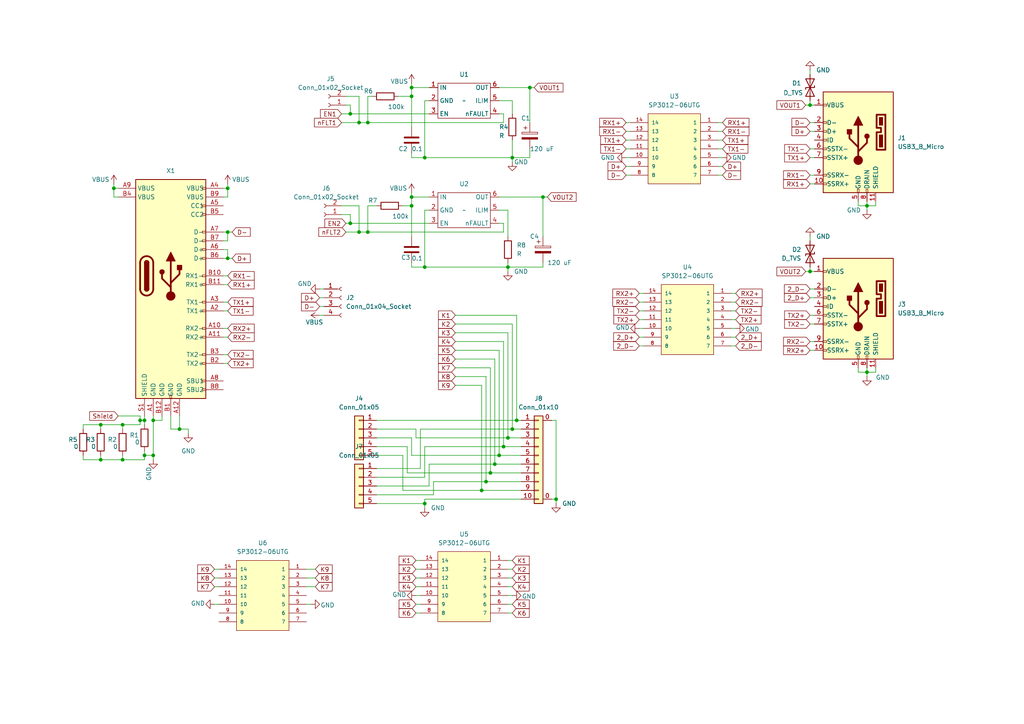
<source format=kicad_sch>
(kicad_sch (version 20231120) (generator "eeschema") (generator_version "8.0")
  (paper "A4")
  (lib_symbols
    (symbol "Connector:Conn_01x02_Socket" (pin_names (offset 1.016) hide)
      (property "Reference" "J" (at 0 2.54 0))
      (property "Value" "Conn_01x02_Socket" (at 0 -5.08 0))
      (symbol "Conn_01x02_Socket_1_1"
        (pin passive line (at -5.08 0 0) (length 3.81) (name "Pin_1") (number "1"))
        (pin passive line (at -5.08 -2.54 0) (length 3.81) (name "Pin_2") (number "2"))
      )
    )
    (symbol "Connector:Conn_01x04_Socket" (pin_names (offset 1.016) hide)
      (property "Reference" "J" (at 0 5.08 0))
      (property "Value" "Conn_01x04_Socket" (at 0 -7.62 0))
      (symbol "Conn_01x04_Socket_1_1"
        (pin passive line (at -5.08 2.54 0) (length 3.81) (name "Pin_1") (number "1"))
        (pin passive line (at -5.08 0 0) (length 3.81) (name "Pin_2") (number "2"))
        (pin passive line (at -5.08 -2.54 0) (length 3.81) (name "Pin_3") (number "3"))
        (pin passive line (at -5.08 -5.08 0) (length 3.81) (name "Pin_4") (number "4"))
      )
    )
    (symbol "Connector:USB3_B_Micro" (pin_names (offset 1.016))
      (property "Reference" "J" (at -10.16 15.24 0))
      (property "Value" "USB3_B_Micro" (at 10.16 15.24 0))
      (symbol "USB3_B_Micro_1_1"
        (pin power_out line (at 12.7 10.16 180) (length 2.54) (name "VBUS") (number "1"))
        (pin input line (at 12.7 -12.7 180) (length 2.54) (name "SSRX+") (number "10"))
        (pin passive line (at -5.08 -17.78 90) (length 2.54) (name "SHIELD") (number "11"))
        (pin bidirectional line (at 12.7 5.08 180) (length 2.54) (name "D-") (number "2"))
        (pin bidirectional line (at 12.7 2.54 180) (length 2.54) (name "D+") (number "3"))
        (pin passive line (at 12.7 0 180) (length 2.54) (name "ID") (number "4"))
        (pin power_out line (at 0 -17.78 90) (length 2.54) (name "GND") (number "5"))
        (pin output line (at 12.7 -2.54 180) (length 2.54) (name "SSTX-") (number "6"))
        (pin output line (at 12.7 -5.08 180) (length 2.54) (name "SSTX+") (number "7"))
        (pin passive line (at -2.54 -17.78 90) (length 2.54) (name "DRAIN") (number "8"))
        (pin input line (at 12.7 -10.16 180) (length 2.54) (name "SSRX-") (number "9"))
      )
    )
    (symbol "Connector_Generic:Conn_01x05" (pin_names (offset 1.016) hide)
      (property "Reference" "J" (at 0 7.62 0))
      (property "Value" "Conn_01x05" (at 0 -7.62 0))
      (symbol "Conn_01x05_1_1"
        (pin passive line (at -5.08 5.08 0) (length 3.81) (name "Pin_1") (number "1"))
        (pin passive line (at -5.08 2.54 0) (length 3.81) (name "Pin_2") (number "2"))
        (pin passive line (at -5.08 0 0) (length 3.81) (name "Pin_3") (number "3"))
        (pin passive line (at -5.08 -2.54 0) (length 3.81) (name "Pin_4") (number "4"))
        (pin passive line (at -5.08 -5.08 0) (length 3.81) (name "Pin_5") (number "5"))
      )
    )
    (symbol "Device:C" (pin_numbers hide) (pin_names (offset 0.254))
      (property "Reference" "C" (at 0.635 2.54 0))
      (property "Value" "C" (at 0.635 -2.54 0))
      (symbol "C_1_1"
        (pin passive line (at 0 3.81 270) (length 2.794) (name "~") (number "1"))
        (pin passive line (at 0 -3.81 90) (length 2.794) (name "~") (number "2"))
      )
    )
    (symbol "Device:C_Polarized" (pin_numbers hide) (pin_names (offset 0.254))
      (property "Reference" "C" (at 0.635 2.54 0))
      (property "Value" "C_Polarized" (at 0.635 -2.54 0))
      (symbol "C_Polarized_1_1"
        (pin passive line (at 0 3.81 270) (length 2.794) (name "~") (number "1"))
        (pin passive line (at 0 -3.81 90) (length 2.794) (name "~") (number "2"))
      )
    )
    (symbol "Device:D_TVS" (pin_numbers hide) (pin_names (offset 1.016) hide)
      (property "Reference" "D" (at 0 2.54 0))
      (property "Value" "D_TVS" (at 0 -2.54 0))
      (symbol "D_TVS_1_1"
        (pin passive line (at -3.81 0 0) (length 2.54) (name "A1") (number "1"))
        (pin passive line (at 3.81 0 180) (length 2.54) (name "A2") (number "2"))
      )
    )
    (symbol "Device:R" (pin_numbers hide) (pin_names (offset 0))
      (property "Reference" "R" (at 2.032 0 90))
      (property "Value" "R" (at 0 0 90))
      (symbol "R_1_1"
        (pin passive line (at 0 3.81 270) (length 1.27) (name "~") (number "1"))
        (pin passive line (at 0 -3.81 90) (length 1.27) (name "~") (number "2"))
      )
    )
    (symbol "Shield1:USB_C_24pins"
      (property "Reference" "X1" (at 0 38.1 0))
      (property "Value" "USB_C_24pins" (at 0 35.56 0))
      (symbol "USB_C_24pins_1_1"
        (pin passive line (at -5.08 -35.56 90) (length 5.08) (name "GND") (number "A1"))
        (pin bidirectional line (at 15.24 -10.16 180) (length 5.08) (name "RX2-") (number "A10"))
        (pin bidirectional line (at 15.24 -12.7 180) (length 5.08) (name "RX2+") (number "A11"))
        (pin passive line (at 2.54 -35.56 90) (length 5.08) (name "GND") (number "A12"))
        (pin bidirectional line (at 15.24 -5.08 180) (length 5.08) (name "TX1+") (number "A2"))
        (pin bidirectional line (at 15.24 -2.54 180) (length 5.08) (name "TX1-") (number "A3"))
        (pin passive line (at 15.24 30.48 180) (length 5.08) (name "VBUS") (number "A4"))
        (pin bidirectional line (at 15.24 25.4 180) (length 5.08) (name "CC1") (number "A5"))
        (pin bidirectional line (at 15.24 12.7 180) (length 5.08) (name "D+") (number "A6"))
        (pin bidirectional line (at 15.24 17.78 180) (length 5.08) (name "D-") (number "A7"))
        (pin bidirectional line (at 15.24 -25.4 180) (length 5.08) (name "SBU1") (number "A8"))
        (pin passive line (at -15.24 30.48 0) (length 5.08) (name "VBUS") (number "A9"))
        (pin passive line (at 0 -35.56 90) (length 5.08) (name "GND") (number "B1"))
        (pin bidirectional line (at 15.24 5.08 180) (length 5.08) (name "RX1-") (number "B10"))
        (pin bidirectional line (at 15.24 2.54 180) (length 5.08) (name "RX1+") (number "B11"))
        (pin passive line (at -2.54 -35.56 90) (length 5.08) (name "GND") (number "B12"))
        (pin bidirectional line (at 15.24 -20.32 180) (length 5.08) (name "TX2+") (number "B2"))
        (pin bidirectional line (at 15.24 -17.78 180) (length 5.08) (name "TX2-") (number "B3"))
        (pin passive line (at -15.24 27.94 0) (length 5.08) (name "VBUS") (number "B4"))
        (pin bidirectional line (at 15.24 22.86 180) (length 5.08) (name "CC2") (number "B5"))
        (pin bidirectional line (at 15.24 10.16 180) (length 5.08) (name "D+") (number "B6"))
        (pin bidirectional line (at 15.24 15.24 180) (length 5.08) (name "D-") (number "B7"))
        (pin bidirectional line (at 15.24 -27.94 180) (length 5.08) (name "SBU2") (number "B8"))
        (pin passive line (at 15.24 27.94 180) (length 5.08) (name "VBUS") (number "B9"))
        (pin passive line (at -7.62 -35.56 90) (length 5.08) (name "SHIELD") (number "S1"))
        (pin passive line (at -7.62 -35.56 90) (length 5.08) hide (name "SHIELD") (number "S2"))
        (pin passive line (at -7.62 -35.56 90) (length 5.08) hide (name "SHIELD") (number "S3"))
        (pin passive line (at -7.62 -35.56 90) (length 5.08) hide (name "SHIELD") (number "S4"))
      )
    )
    (symbol "Vedrofara:Conn_01x10" (pin_names (offset 1.016) hide)
      (property "Reference" "J" (at 0 12.7 0))
      (property "Value" "Conn_01x10" (at 0 -15.24 0))
      (symbol "Conn_01x10_1_1"
        (pin input line (at 3.81 -12.7 180) (length 2.54) (name "") (number "0"))
        (pin input line (at 3.81 10.16 180) (length 2.54) (name "") (number "0"))
        (pin passive line (at -5.08 10.16 0) (length 3.81) (name "Pin_1") (number "1"))
        (pin passive line (at -5.08 -12.7 0) (length 3.81) (name "Pin_10") (number "10"))
        (pin passive line (at -5.08 7.62 0) (length 3.81) (name "Pin_2") (number "2"))
        (pin passive line (at -5.08 5.08 0) (length 3.81) (name "Pin_3") (number "3"))
        (pin passive line (at -5.08 2.54 0) (length 3.81) (name "Pin_4") (number "4"))
        (pin passive line (at -5.08 0 0) (length 3.81) (name "Pin_5") (number "5"))
        (pin passive line (at -5.08 -2.54 0) (length 3.81) (name "Pin_6") (number "6"))
        (pin passive line (at -5.08 -5.08 0) (length 3.81) (name "Pin_7") (number "7"))
        (pin passive line (at -5.08 -7.62 0) (length 3.81) (name "Pin_8") (number "8"))
        (pin passive line (at -5.08 -10.16 0) (length 3.81) (name "Pin_9") (number "9"))
      )
    )
    (symbol "myLib8:SP3012-06UTG" (pin_names (offset 1.016))
      (property "Reference" "U" (at -7.62 10.668 0))
      (property "Value" "SP3012-06UTG" (at -7.62 -12.7 0))
      (symbol "SP3012-06UTG_0_0"
        (pin passive line (at -12.7 7.62 0) (length 5.08) (name "1") (number "1"))
        (pin passive line (at 12.7 -2.54 180) (length 5.08) (name "10") (number "10"))
        (pin passive line (at 12.7 0 180) (length 5.08) (name "11") (number "11"))
        (pin passive line (at 12.7 2.54 180) (length 5.08) (name "12") (number "12"))
        (pin passive line (at 12.7 5.08 180) (length 5.08) (name "13") (number "13"))
        (pin passive line (at 12.7 7.62 180) (length 5.08) (name "14") (number "14"))
        (pin passive line (at -12.7 5.08 0) (length 5.08) (name "2") (number "2"))
        (pin passive line (at -12.7 2.54 0) (length 5.08) (name "3") (number "3"))
        (pin passive line (at -12.7 0 0) (length 5.08) (name "4") (number "4"))
        (pin passive line (at -12.7 -2.54 0) (length 5.08) (name "5") (number "5"))
        (pin passive line (at -12.7 -5.08 0) (length 5.08) (name "6") (number "6"))
        (pin passive line (at -12.7 -7.62 0) (length 5.08) (name "7") (number "7"))
        (pin passive line (at 12.7 -7.62 180) (length 5.08) (name "8") (number "8"))
        (pin passive line (at 12.7 -5.08 180) (length 5.08) (name "9") (number "9"))
      )
    )
    (symbol "power:GND" (power) (pin_names (offset 0))
      (property "Value" "GND" (at 0 -3.81 0))
      (symbol "GND_1_1"
        (pin power_in line (at 0 0 270) (length 0) hide (name "GND") (number "1"))
      )
    )
    (symbol "power:VBUS" (power) (pin_names (offset 0))
      (property "Value" "VBUS" (at 0 3.81 0))
      (symbol "VBUS_1_1"
        (pin power_in line (at 0 0 90) (length 0) hide (name "VBUS") (number "1"))
      )
    )
    (symbol "swich emergent:tps2553"
      (property "Reference" "U" (at 0 7.62 0))
      (symbol "tps2553_1_1"
        (pin power_in line (at -10.16 3.81 0) (length 2.54) (name "IN") (number "1"))
        (pin power_in line (at -10.16 0 0) (length 2.54) (name "GND") (number "2"))
        (pin input line (at -10.16 -3.81 0) (length 2.54) (name "EN") (number "3"))
        (pin open_collector line (at 10.16 -3.81 180) (length 2.54) (name "nFAULT") (number "4"))
        (pin output line (at 10.16 0 180) (length 2.54) (name "ILIM") (number "5"))
        (pin power_out line (at 10.16 3.81 180) (length 2.54) (name "OUT") (number "6"))
      )
    )
  )
  (junction (at 35.56 133.35))
  (junction (at 234.95 30.48))
  (junction (at 106.68 35.56))
  (junction (at 161.29 144.78))
  (junction (at 40.64 121.92))
  (junction (at 66.04 54.61))
  (junction (at 123.19 146.05))
  (junction (at 149.86 121.92))
  (junction (at 44.45 121.92))
  (junction (at 44.45 132.08))
  (junction (at 101.6 64.77))
  (junction (at 101.6 33.02))
  (junction (at 147.32 77.47))
  (junction (at 148.59 124.46))
  (junction (at 251.46 59.69))
  (junction (at 29.21 133.35))
  (junction (at 106.68 67.31))
  (junction (at 119.38 25.4))
  (junction (at 148.59 45.72))
  (junction (at 33.02 54.61))
  (junction (at 143.51 134.62))
  (junction (at 234.95 78.74))
  (junction (at 140.97 139.7))
  (junction (at 104.14 67.31))
  (junction (at 104.14 35.56))
  (junction (at 35.56 123.19))
  (junction (at 139.7 142.24))
  (junction (at 41.91 132.08))
  (junction (at 119.38 57.15))
  (junction (at 119.38 27.94))
  (junction (at 123.19 45.72))
  (junction (at 147.32 127))
  (junction (at 123.19 77.47))
  (junction (at 29.21 123.19))
  (junction (at 157.48 57.15))
  (junction (at 144.78 132.08))
  (junction (at 153.67 25.4))
  (junction (at 142.24 137.16))
  (junction (at 52.07 124.46))
  (junction (at 146.05 129.54))
  (junction (at 66.04 74.93))
  (junction (at 119.38 59.69))
  (junction (at 66.04 67.31))
  (junction (at 41.91 121.92))
  (junction (at 251.46 107.95))
  (wire (pts (xy 236.22 30.48) (xy 234.95 30.48)))
  (wire (pts (xy 119.38 132.08) (xy 119.38 127)))
  (wire (pts (xy 109.22 59.69) (xy 106.68 59.69)))
  (wire (pts (xy 139.7 142.24) (xy 116.84 142.24)))
  (wire (pts (xy 182.88 43.18) (xy 181.61 43.18)))
  (wire (pts (xy 236.22 38.1) (xy 234.95 38.1)))
  (wire (pts (xy 140.97 139.7) (xy 151.13 139.7)))
  (wire (pts (xy 125.73 139.7) (xy 140.97 139.7)))
  (wire (pts (xy 119.38 57.15) (xy 119.38 59.69)))
  (wire (pts (xy 139.7 111.76) (xy 139.7 142.24)))
  (wire (pts (xy 149.86 121.92) (xy 151.13 121.92)))
  (wire (pts (xy 46.99 120.65) (xy 46.99 121.92)))
  (wire (pts (xy 120.65 175.26) (xy 121.92 175.26)))
  (wire (pts (xy 151.13 132.08) (xy 144.78 132.08)))
  (wire (pts (xy 35.56 123.19) (xy 29.21 123.19)))
  (wire (pts (xy 121.92 135.89) (xy 121.92 124.46)))
  (wire (pts (xy 251.46 58.42) (xy 251.46 59.69)))
  (wire (pts (xy 146.05 67.31) (xy 146.05 64.77)))
  (wire (pts (xy 120.65 127) (xy 120.65 124.46)))
  (wire (pts (xy 132.08 93.98) (xy 148.59 93.98)))
  (wire (pts (xy 119.38 57.15) (xy 124.46 57.15)))
  (wire (pts (xy 132.08 106.68) (xy 142.24 106.68)))
  (wire (pts (xy 119.38 127) (xy 109.22 127)))
  (wire (pts (xy 67.31 74.93) (xy 66.04 74.93)))
  (wire (pts (xy 148.59 170.18) (xy 147.32 170.18)))
  (wire (pts (xy 66.04 80.01) (xy 64.77 80.01)))
  (wire (pts (xy 234.95 53.34) (xy 236.22 53.34)))
  (wire (pts (xy 66.04 54.61) (xy 64.77 54.61)))
  (wire (pts (xy 148.59 165.1) (xy 147.32 165.1)))
  (wire (pts (xy 151.13 137.16) (xy 142.24 137.16)))
  (wire (pts (xy 92.71 91.44) (xy 93.98 91.44)))
  (wire (pts (xy 104.14 59.69) (xy 104.14 67.31)))
  (wire (pts (xy 209.55 38.1) (xy 208.28 38.1)))
  (wire (pts (xy 140.97 109.22) (xy 140.97 139.7)))
  (wire (pts (xy 146.05 99.06) (xy 146.05 129.54)))
  (wire (pts (xy 161.29 144.78) (xy 161.29 146.05)))
  (wire (pts (xy 234.95 101.6) (xy 236.22 101.6)))
  (wire (pts (xy 234.95 29.21) (xy 234.95 30.48)))
  (wire (pts (xy 161.29 121.92) (xy 161.29 144.78)))
  (wire (pts (xy 186.69 97.79) (xy 185.42 97.79)))
  (wire (pts (xy 116.84 132.08) (xy 109.22 132.08)))
  (wire (pts (xy 123.19 77.47) (xy 147.32 77.47)))
  (wire (pts (xy 123.19 129.54) (xy 146.05 129.54)))
  (wire (pts (xy 99.06 62.23) (xy 101.6 62.23)))
  (wire (pts (xy 146.05 64.77) (xy 144.78 64.77)))
  (wire (pts (xy 124.46 134.62) (xy 143.51 134.62)))
  (wire (pts (xy 99.06 59.69) (xy 104.14 59.69)))
  (wire (pts (xy 119.38 45.72) (xy 123.19 45.72)))
  (wire (pts (xy 123.19 146.05) (xy 123.19 147.32)))
  (wire (pts (xy 64.77 57.15) (xy 66.04 57.15)))
  (wire (pts (xy 209.55 45.72) (xy 208.28 45.72)))
  (wire (pts (xy 66.04 97.79) (xy 64.77 97.79)))
  (wire (pts (xy 147.32 77.47) (xy 147.32 78.74)))
  (wire (pts (xy 213.36 95.25) (xy 212.09 95.25)))
  (wire (pts (xy 143.51 104.14) (xy 143.51 134.62)))
  (wire (pts (xy 66.04 105.41) (xy 64.77 105.41)))
  (wire (pts (xy 186.69 95.25) (xy 185.42 95.25)))
  (wire (pts (xy 123.19 45.72) (xy 148.59 45.72)))
  (wire (pts (xy 248.92 59.69) (xy 248.92 58.42)))
  (wire (pts (xy 66.04 95.25) (xy 64.77 95.25)))
  (wire (pts (xy 52.07 120.65) (xy 52.07 124.46)))
  (wire (pts (xy 120.65 124.46) (xy 109.22 124.46)))
  (wire (pts (xy 148.59 29.21) (xy 144.78 29.21)))
  (wire (pts (xy 123.19 138.43) (xy 123.19 129.54)))
  (wire (pts (xy 132.08 104.14) (xy 143.51 104.14)))
  (wire (pts (xy 251.46 59.69) (xy 251.46 60.96)))
  (wire (pts (xy 251.46 107.95) (xy 251.46 109.22)))
  (wire (pts (xy 213.36 90.17) (xy 212.09 90.17)))
  (wire (pts (xy 182.88 38.1) (xy 181.61 38.1)))
  (wire (pts (xy 182.88 48.26) (xy 181.61 48.26)))
  (wire (pts (xy 119.38 77.47) (xy 123.19 77.47)))
  (wire (pts (xy 92.71 83.82) (xy 93.98 83.82)))
  (wire (pts (xy 234.95 45.72) (xy 236.22 45.72)))
  (wire (pts (xy 104.14 27.94) (xy 104.14 35.56)))
  (wire (pts (xy 147.32 127) (xy 120.65 127)))
  (wire (pts (xy 66.04 53.34) (xy 66.04 54.61)))
  (wire (pts (xy 119.38 24.13) (xy 119.38 25.4)))
  (wire (pts (xy 99.06 35.56) (xy 104.14 35.56)))
  (wire (pts (xy 54.61 125.73) (xy 54.61 124.46)))
  (wire (pts (xy 148.59 172.72) (xy 147.32 172.72)))
  (wire (pts (xy 33.02 54.61) (xy 33.02 57.15)))
  (wire (pts (xy 147.32 68.58) (xy 147.32 60.96)))
  (wire (pts (xy 186.69 85.09) (xy 185.42 85.09)))
  (wire (pts (xy 107.95 27.94) (xy 106.68 27.94)))
  (wire (pts (xy 186.69 87.63) (xy 185.42 87.63)))
  (wire (pts (xy 123.19 146.05) (xy 123.19 144.78)))
  (wire (pts (xy 66.04 67.31) (xy 66.04 69.85)))
  (wire (pts (xy 35.56 124.46) (xy 35.56 123.19)))
  (wire (pts (xy 101.6 62.23) (xy 101.6 64.77)))
  (wire (pts (xy 119.38 25.4) (xy 124.46 25.4)))
  (wire (pts (xy 121.92 124.46) (xy 148.59 124.46)))
  (wire (pts (xy 24.13 123.19) (xy 29.21 123.19)))
  (wire (pts (xy 251.46 106.68) (xy 251.46 107.95)))
  (wire (pts (xy 101.6 30.48) (xy 101.6 33.02)))
  (wire (pts (xy 157.48 57.15) (xy 157.48 68.58)))
  (wire (pts (xy 66.04 57.15) (xy 66.04 54.61)))
  (wire (pts (xy 132.08 101.6) (xy 144.78 101.6)))
  (wire (pts (xy 92.71 86.36) (xy 93.98 86.36)))
  (wire (pts (xy 66.04 67.31) (xy 67.31 67.31)))
  (wire (pts (xy 106.68 35.56) (xy 146.05 35.56)))
  (wire (pts (xy 119.38 45.72) (xy 119.38 44.45)))
  (wire (pts (xy 101.6 33.02) (xy 124.46 33.02)))
  (wire (pts (xy 120.65 165.1) (xy 121.92 165.1)))
  (wire (pts (xy 119.38 59.69) (xy 119.38 68.58)))
  (wire (pts (xy 160.02 121.92) (xy 161.29 121.92)))
  (wire (pts (xy 182.88 50.8) (xy 181.61 50.8)))
  (wire (pts (xy 234.95 83.82) (xy 236.22 83.82)))
  (wire (pts (xy 254 58.42) (xy 254 59.69)))
  (wire (pts (xy 151.13 127) (xy 147.32 127)))
  (wire (pts (xy 100.33 64.77) (xy 101.6 64.77)))
  (wire (pts (xy 157.48 76.2) (xy 157.48 77.47)))
  (wire (pts (xy 92.71 88.9) (xy 93.98 88.9)))
  (wire (pts (xy 44.45 133.35) (xy 44.45 132.08)))
  (wire (pts (xy 44.45 132.08) (xy 44.45 121.92)))
  (wire (pts (xy 49.53 124.46) (xy 52.07 124.46)))
  (wire (pts (xy 186.69 100.33) (xy 185.42 100.33)))
  (wire (pts (xy 236.22 35.56) (xy 234.95 35.56)))
  (wire (pts (xy 118.11 129.54) (xy 109.22 129.54)))
  (wire (pts (xy 125.73 143.51) (xy 125.73 139.7)))
  (wire (pts (xy 234.95 77.47) (xy 234.95 78.74)))
  (wire (pts (xy 100.33 27.94) (xy 104.14 27.94)))
  (wire (pts (xy 120.65 167.64) (xy 121.92 167.64)))
  (wire (pts (xy 234.95 93.98) (xy 236.22 93.98)))
  (wire (pts (xy 104.14 67.31) (xy 106.68 67.31)))
  (wire (pts (xy 182.88 45.72) (xy 181.61 45.72)))
  (wire (pts (xy 44.45 121.92) (xy 46.99 121.92)))
  (wire (pts (xy 119.38 55.88) (xy 119.38 57.15)))
  (wire (pts (xy 62.23 167.64) (xy 63.5 167.64)))
  (wire (pts (xy 209.55 43.18) (xy 208.28 43.18)))
  (wire (pts (xy 234.95 20.32) (xy 234.95 21.59)))
  (wire (pts (xy 132.08 99.06) (xy 146.05 99.06)))
  (wire (pts (xy 41.91 132.08) (xy 44.45 132.08)))
  (wire (pts (xy 153.67 25.4) (xy 154.94 25.4)))
  (wire (pts (xy 234.95 50.8) (xy 236.22 50.8)))
  (wire (pts (xy 160.02 144.78) (xy 161.29 144.78)))
  (wire (pts (xy 144.78 101.6) (xy 144.78 132.08)))
  (wire (pts (xy 109.22 121.92) (xy 149.86 121.92)))
  (wire (pts (xy 182.88 35.56) (xy 181.61 35.56)))
  (wire (pts (xy 109.22 143.51) (xy 125.73 143.51)))
  (wire (pts (xy 90.17 175.26) (xy 88.9 175.26)))
  (wire (pts (xy 209.55 35.56) (xy 208.28 35.56)))
  (wire (pts (xy 234.95 78.74) (xy 236.22 78.74)))
  (wire (pts (xy 143.51 134.62) (xy 151.13 134.62)))
  (wire (pts (xy 119.38 76.2) (xy 119.38 77.47)))
  (wire (pts (xy 33.02 53.34) (xy 33.02 54.61)))
  (wire (pts (xy 124.46 140.97) (xy 124.46 134.62)))
  (wire (pts (xy 41.91 120.65) (xy 41.91 121.92)))
  (wire (pts (xy 234.95 78.74) (xy 233.68 78.74)))
  (wire (pts (xy 34.29 120.65) (xy 40.64 120.65)))
  (wire (pts (xy 132.08 96.52) (xy 147.32 96.52)))
  (wire (pts (xy 234.95 30.48) (xy 233.68 30.48)))
  (wire (pts (xy 106.68 67.31) (xy 146.05 67.31)))
  (wire (pts (xy 24.13 132.08) (xy 24.13 133.35)))
  (wire (pts (xy 234.95 68.58) (xy 234.95 69.85)))
  (wire (pts (xy 120.65 162.56) (xy 121.92 162.56)))
  (wire (pts (xy 123.19 144.78) (xy 151.13 144.78)))
  (wire (pts (xy 254 59.69) (xy 251.46 59.69)))
  (wire (pts (xy 101.6 64.77) (xy 124.46 64.77)))
  (wire (pts (xy 91.44 167.64) (xy 88.9 167.64)))
  (wire (pts (xy 148.59 45.72) (xy 153.67 45.72)))
  (wire (pts (xy 120.65 170.18) (xy 121.92 170.18)))
  (wire (pts (xy 104.14 35.56) (xy 106.68 35.56)))
  (wire (pts (xy 116.84 59.69) (xy 119.38 59.69)))
  (wire (pts (xy 123.19 60.96) (xy 123.19 77.47)))
  (wire (pts (xy 35.56 123.19) (xy 40.64 123.19)))
  (wire (pts (xy 254 106.68) (xy 254 107.95)))
  (wire (pts (xy 35.56 132.08) (xy 35.56 133.35)))
  (wire (pts (xy 144.78 132.08) (xy 119.38 132.08)))
  (wire (pts (xy 118.11 137.16) (xy 118.11 129.54)))
  (wire (pts (xy 40.64 123.19) (xy 40.64 121.92)))
  (wire (pts (xy 147.32 77.47) (xy 157.48 77.47)))
  (wire (pts (xy 149.86 91.44) (xy 149.86 121.92)))
  (wire (pts (xy 254 107.95) (xy 251.46 107.95)))
  (wire (pts (xy 186.69 90.17) (xy 185.42 90.17)))
  (wire (pts (xy 109.22 146.05) (xy 123.19 146.05)))
  (wire (pts (xy 40.64 120.65) (xy 40.64 121.92)))
  (wire (pts (xy 66.04 72.39) (xy 66.04 74.93)))
  (wire (pts (xy 33.02 57.15) (xy 34.29 57.15)))
  (wire (pts (xy 213.36 85.09) (xy 212.09 85.09)))
  (wire (pts (xy 148.59 175.26) (xy 147.32 175.26)))
  (wire (pts (xy 144.78 57.15) (xy 157.48 57.15)))
  (wire (pts (xy 120.65 177.8) (xy 121.92 177.8)))
  (wire (pts (xy 64.77 67.31) (xy 66.04 67.31)))
  (wire (pts (xy 153.67 25.4) (xy 153.67 35.56)))
  (wire (pts (xy 148.59 162.56) (xy 147.32 162.56)))
  (wire (pts (xy 66.04 74.93) (xy 64.77 74.93)))
  (wire (pts (xy 100.33 67.31) (xy 104.14 67.31)))
  (wire (pts (xy 41.91 130.81) (xy 41.91 132.08)))
  (wire (pts (xy 234.95 91.44) (xy 236.22 91.44)))
  (wire (pts (xy 147.32 76.2) (xy 147.32 77.47)))
  (wire (pts (xy 66.04 87.63) (xy 64.77 87.63)))
  (wire (pts (xy 109.22 140.97) (xy 124.46 140.97)))
  (wire (pts (xy 123.19 60.96) (xy 124.46 60.96)))
  (wire (pts (xy 213.36 97.79) (xy 212.09 97.79)))
  (wire (pts (xy 147.32 60.96) (xy 144.78 60.96)))
  (wire (pts (xy 213.36 100.33) (xy 212.09 100.33)))
  (wire (pts (xy 24.13 124.46) (xy 24.13 123.19)))
  (wire (pts (xy 148.59 177.8) (xy 147.32 177.8)))
  (wire (pts (xy 35.56 133.35) (xy 29.21 133.35)))
  (wire (pts (xy 213.36 92.71) (xy 212.09 92.71)))
  (wire (pts (xy 148.59 33.02) (xy 148.59 29.21)))
  (wire (pts (xy 62.23 175.26) (xy 63.5 175.26)))
  (wire (pts (xy 148.59 167.64) (xy 147.32 167.64)))
  (wire (pts (xy 157.48 57.15) (xy 158.75 57.15)))
  (wire (pts (xy 248.92 107.95) (xy 248.92 106.68)))
  (wire (pts (xy 132.08 91.44) (xy 149.86 91.44)))
  (wire (pts (xy 35.56 133.35) (xy 41.91 133.35)))
  (wire (pts (xy 44.45 120.65) (xy 44.45 121.92)))
  (wire (pts (xy 148.59 45.72) (xy 148.59 46.99)))
  (wire (pts (xy 116.84 142.24) (xy 116.84 132.08)))
  (wire (pts (xy 142.24 137.16) (xy 118.11 137.16)))
  (wire (pts (xy 120.65 172.72) (xy 121.92 172.72)))
  (wire (pts (xy 147.32 96.52) (xy 147.32 127)))
  (wire (pts (xy 66.04 90.17) (xy 64.77 90.17)))
  (wire (pts (xy 91.44 170.18) (xy 88.9 170.18)))
  (wire (pts (xy 64.77 72.39) (xy 66.04 72.39)))
  (wire (pts (xy 124.46 29.21) (xy 123.19 29.21)))
  (wire (pts (xy 123.19 29.21) (xy 123.19 45.72)))
  (wire (pts (xy 29.21 123.19) (xy 29.21 124.46)))
  (wire (pts (xy 62.23 170.18) (xy 63.5 170.18)))
  (wire (pts (xy 132.08 111.76) (xy 139.7 111.76)))
  (wire (pts (xy 148.59 124.46) (xy 151.13 124.46)))
  (wire (pts (xy 213.36 87.63) (xy 212.09 87.63)))
  (wire (pts (xy 66.04 102.87) (xy 64.77 102.87)))
  (wire (pts (xy 234.95 86.36) (xy 236.22 86.36)))
  (wire (pts (xy 100.33 30.48) (xy 101.6 30.48)))
  (wire (pts (xy 146.05 129.54) (xy 151.13 129.54)))
  (wire (pts (xy 119.38 25.4) (xy 119.38 27.94)))
  (wire (pts (xy 148.59 93.98) (xy 148.59 124.46)))
  (wire (pts (xy 33.02 54.61) (xy 34.29 54.61)))
  (wire (pts (xy 144.78 25.4) (xy 153.67 25.4)))
  (wire (pts (xy 109.22 135.89) (xy 121.92 135.89)))
  (wire (pts (xy 151.13 142.24) (xy 139.7 142.24)))
  (wire (pts (xy 66.04 82.55) (xy 64.77 82.55)))
  (wire (pts (xy 251.46 107.95) (xy 248.92 107.95)))
  (wire (pts (xy 41.91 132.08) (xy 41.91 133.35)))
  (wire (pts (xy 234.95 99.06) (xy 236.22 99.06)))
  (wire (pts (xy 146.05 33.02) (xy 144.78 33.02)))
  (wire (pts (xy 148.59 40.64) (xy 148.59 45.72)))
  (wire (pts (xy 91.44 165.1) (xy 88.9 165.1)))
  (wire (pts (xy 24.13 133.35) (xy 29.21 133.35)))
  (wire (pts (xy 146.05 35.56) (xy 146.05 33.02)))
  (wire (pts (xy 29.21 132.08) (xy 29.21 133.35)))
  (wire (pts (xy 106.68 59.69) (xy 106.68 67.31)))
  (wire (pts (xy 40.64 121.92) (xy 41.91 121.92)))
  (wire (pts (xy 209.55 48.26) (xy 208.28 48.26)))
  (wire (pts (xy 52.07 124.46) (xy 54.61 124.46)))
  (wire (pts (xy 49.53 120.65) (xy 49.53 124.46)))
  (wire (pts (xy 209.55 40.64) (xy 208.28 40.64)))
  (wire (pts (xy 182.88 40.64) (xy 181.61 40.64)))
  (wire (pts (xy 209.55 50.8) (xy 208.28 50.8)))
  (wire (pts (xy 62.23 165.1) (xy 63.5 165.1)))
  (wire (pts (xy 234.95 43.18) (xy 236.22 43.18)))
  (wire (pts (xy 106.68 27.94) (xy 106.68 35.56)))
  (wire (pts (xy 41.91 121.92) (xy 41.91 123.19)))
  (wire (pts (xy 186.69 92.71) (xy 185.42 92.71)))
  (wire (pts (xy 99.06 33.02) (xy 101.6 33.02)))
  (wire (pts (xy 132.08 109.22) (xy 140.97 109.22)))
  (wire (pts (xy 251.46 59.69) (xy 248.92 59.69)))
  (wire (pts (xy 66.04 69.85) (xy 64.77 69.85)))
  (wire (pts (xy 142.24 106.68) (xy 142.24 137.16)))
  (wire (pts (xy 153.67 43.18) (xy 153.67 45.72)))
  (wire (pts (xy 109.22 138.43) (xy 123.19 138.43)))
  (wire (pts (xy 115.57 27.94) (xy 119.38 27.94)))
  (wire (pts (xy 119.38 27.94) (xy 119.38 36.83)))
  (global_label "TX1+" (shape input) (at 209.55 40.64 0) (property "Intersheetrefs" "${INTERSHEET_REFS}" (effects (hide yes))))
  (global_label "VOUT2" (shape input) (at 233.68 78.74 180) (property "Intersheetrefs" "${INTERSHEET_REFS}" (effects (hide yes))))
  (global_label "K4" (shape input) (at 132.08 99.06 180) (property "Intersheetrefs" "${INTERSHEET_REFS}" (effects (hide yes))))
  (global_label "TX1+" (shape input) (at 181.61 40.64 180) (property "Intersheetrefs" "${INTERSHEET_REFS}" (effects (hide yes))))
  (global_label "RX1-" (shape input) (at 234.95 50.8 180) (property "Intersheetrefs" "${INTERSHEET_REFS}" (effects (hide yes))))
  (global_label "K1" (shape input) (at 132.08 91.44 180) (property "Intersheetrefs" "${INTERSHEET_REFS}" (effects (hide yes))))
  (global_label "TX1-" (shape input) (at 234.95 43.18 180) (property "Intersheetrefs" "${INTERSHEET_REFS}" (effects (hide yes))))
  (global_label "RX1+" (shape input) (at 66.04 82.55 0) (property "Intersheetrefs" "${INTERSHEET_REFS}" (effects (hide yes))))
  (global_label "K5" (shape input) (at 132.08 101.6 180) (property "Intersheetrefs" "${INTERSHEET_REFS}" (effects (hide yes))))
  (global_label "VOUT1" (shape input) (at 154.94 25.4 0) (property "Intersheetrefs" "${INTERSHEET_REFS}" (effects (hide yes))))
  (global_label "nFLT1" (shape input) (at 99.06 35.56 180) (property "Intersheetrefs" "${INTERSHEET_REFS}" (effects (hide yes))))
  (global_label "K9" (shape input) (at 91.44 165.1 0) (property "Intersheetrefs" "${INTERSHEET_REFS}" (effects (hide yes))))
  (global_label "D+" (shape input) (at 92.71 86.36 180) (property "Intersheetrefs" "${INTERSHEET_REFS}" (effects (hide yes))))
  (global_label "RX1+" (shape input) (at 181.61 35.56 180) (property "Intersheetrefs" "${INTERSHEET_REFS}" (effects (hide yes))))
  (global_label "K3" (shape input) (at 132.08 96.52 180) (property "Intersheetrefs" "${INTERSHEET_REFS}" (effects (hide yes))))
  (global_label "RX1+" (shape input) (at 234.95 53.34 180) (property "Intersheetrefs" "${INTERSHEET_REFS}" (effects (hide yes))))
  (global_label "D-" (shape input) (at 67.31 67.31 0) (property "Intersheetrefs" "${INTERSHEET_REFS}" (effects (hide yes))))
  (global_label "K9" (shape input) (at 132.08 111.76 180) (property "Intersheetrefs" "${INTERSHEET_REFS}" (effects (hide yes))))
  (global_label "RX2-" (shape input) (at 213.36 87.63 0) (property "Intersheetrefs" "${INTERSHEET_REFS}" (effects (hide yes))))
  (global_label "RX1-" (shape input) (at 66.04 80.01 0) (property "Intersheetrefs" "${INTERSHEET_REFS}" (effects (hide yes))))
  (global_label "D+" (shape input) (at 181.61 48.26 180) (property "Intersheetrefs" "${INTERSHEET_REFS}" (effects (hide yes))))
  (global_label "K4" (shape input) (at 148.59 170.18 0) (property "Intersheetrefs" "${INTERSHEET_REFS}" (effects (hide yes))))
  (global_label "D-" (shape input) (at 234.95 35.56 180) (property "Intersheetrefs" "${INTERSHEET_REFS}" (effects (hide yes))))
  (global_label "RX2+" (shape input) (at 234.95 101.6 180) (property "Intersheetrefs" "${INTERSHEET_REFS}" (effects (hide yes))))
  (global_label "K5" (shape input) (at 148.59 175.26 0) (property "Intersheetrefs" "${INTERSHEET_REFS}" (effects (hide yes))))
  (global_label "D-" (shape input) (at 181.61 50.8 180) (property "Intersheetrefs" "${INTERSHEET_REFS}" (effects (hide yes))))
  (global_label "K3" (shape input) (at 148.59 167.64 0) (property "Intersheetrefs" "${INTERSHEET_REFS}" (effects (hide yes))))
  (global_label "K9" (shape input) (at 62.23 165.1 180) (property "Intersheetrefs" "${INTERSHEET_REFS}" (effects (hide yes))))
  (global_label "K6" (shape input) (at 132.08 104.14 180) (property "Intersheetrefs" "${INTERSHEET_REFS}" (effects (hide yes))))
  (global_label "2_D+" (shape input) (at 185.42 97.79 180) (property "Intersheetrefs" "${INTERSHEET_REFS}" (effects (hide yes))))
  (global_label "RX2+" (shape input) (at 213.36 85.09 0) (property "Intersheetrefs" "${INTERSHEET_REFS}" (effects (hide yes))))
  (global_label "TX2-" (shape input) (at 234.95 93.98 180) (property "Intersheetrefs" "${INTERSHEET_REFS}" (effects (hide yes))))
  (global_label "D+" (shape input) (at 67.31 74.93 0) (property "Intersheetrefs" "${INTERSHEET_REFS}" (effects (hide yes))))
  (global_label "K5" (shape input) (at 120.65 175.26 180) (property "Intersheetrefs" "${INTERSHEET_REFS}" (effects (hide yes))))
  (global_label "RX2-" (shape input) (at 66.04 97.79 0) (property "Intersheetrefs" "${INTERSHEET_REFS}" (effects (hide yes))))
  (global_label "RX1+" (shape input) (at 209.55 35.56 0) (property "Intersheetrefs" "${INTERSHEET_REFS}" (effects (hide yes))))
  (global_label "EN2" (shape input) (at 100.33 64.77 180) (property "Intersheetrefs" "${INTERSHEET_REFS}" (effects (hide yes))))
  (global_label "RX2-" (shape input) (at 185.42 87.63 180) (property "Intersheetrefs" "${INTERSHEET_REFS}" (effects (hide yes))))
  (global_label "2_D-" (shape input) (at 234.95 83.82 180) (property "Intersheetrefs" "${INTERSHEET_REFS}" (effects (hide yes))))
  (global_label "K3" (shape input) (at 120.65 167.64 180) (property "Intersheetrefs" "${INTERSHEET_REFS}" (effects (hide yes))))
  (global_label "TX2+" (shape input) (at 66.04 105.41 0) (property "Intersheetrefs" "${INTERSHEET_REFS}" (effects (hide yes))))
  (global_label "RX2+" (shape input) (at 66.04 95.25 0) (property "Intersheetrefs" "${INTERSHEET_REFS}" (effects (hide yes))))
  (global_label "TX1-" (shape input) (at 66.04 90.17 0) (property "Intersheetrefs" "${INTERSHEET_REFS}" (effects (hide yes))))
  (global_label "TX2+" (shape input) (at 234.95 91.44 180) (property "Intersheetrefs" "${INTERSHEET_REFS}" (effects (hide yes))))
  (global_label "nFLT2" (shape input) (at 100.33 67.31 180) (property "Intersheetrefs" "${INTERSHEET_REFS}" (effects (hide yes))))
  (global_label "K8" (shape input) (at 62.23 167.64 180) (property "Intersheetrefs" "${INTERSHEET_REFS}" (effects (hide yes))))
  (global_label "TX1-" (shape input) (at 181.61 43.18 180) (property "Intersheetrefs" "${INTERSHEET_REFS}" (effects (hide yes))))
  (global_label "Shield" (shape input) (at 34.29 120.65 180) (property "Intersheetrefs" "${INTERSHEET_REFS}" (effects (hide yes))))
  (global_label "K1" (shape input) (at 120.65 162.56 180) (property "Intersheetrefs" "${INTERSHEET_REFS}" (effects (hide yes))))
  (global_label "K4" (shape input) (at 120.65 170.18 180) (property "Intersheetrefs" "${INTERSHEET_REFS}" (effects (hide yes))))
  (global_label "K6" (shape input) (at 120.65 177.8 180) (property "Intersheetrefs" "${INTERSHEET_REFS}" (effects (hide yes))))
  (global_label "TX2-" (shape input) (at 213.36 90.17 0) (property "Intersheetrefs" "${INTERSHEET_REFS}" (effects (hide yes))))
  (global_label "TX2+" (shape input) (at 213.36 92.71 0) (property "Intersheetrefs" "${INTERSHEET_REFS}" (effects (hide yes))))
  (global_label "D+" (shape input) (at 209.55 48.26 0) (property "Intersheetrefs" "${INTERSHEET_REFS}" (effects (hide yes))))
  (global_label "VOUT2" (shape input) (at 158.75 57.15 0) (property "Intersheetrefs" "${INTERSHEET_REFS}" (effects (hide yes))))
  (global_label "VOUT1" (shape input) (at 233.68 30.48 180) (property "Intersheetrefs" "${INTERSHEET_REFS}" (effects (hide yes))))
  (global_label "RX1-" (shape input) (at 209.55 38.1 0) (property "Intersheetrefs" "${INTERSHEET_REFS}" (effects (hide yes))))
  (global_label "TX1+" (shape input) (at 234.95 45.72 180) (property "Intersheetrefs" "${INTERSHEET_REFS}" (effects (hide yes))))
  (global_label "K8" (shape input) (at 132.08 109.22 180) (property "Intersheetrefs" "${INTERSHEET_REFS}" (effects (hide yes))))
  (global_label "D-" (shape input) (at 209.55 50.8 0) (property "Intersheetrefs" "${INTERSHEET_REFS}" (effects (hide yes))))
  (global_label "K1" (shape input) (at 148.59 162.56 0) (property "Intersheetrefs" "${INTERSHEET_REFS}" (effects (hide yes))))
  (global_label "K2" (shape input) (at 132.08 93.98 180) (property "Intersheetrefs" "${INTERSHEET_REFS}" (effects (hide yes))))
  (global_label "D-" (shape input) (at 92.71 88.9 180) (property "Intersheetrefs" "${INTERSHEET_REFS}" (effects (hide yes))))
  (global_label "K8" (shape input) (at 91.44 167.64 0) (property "Intersheetrefs" "${INTERSHEET_REFS}" (effects (hide yes))))
  (global_label "TX1-" (shape input) (at 209.55 43.18 0) (property "Intersheetrefs" "${INTERSHEET_REFS}" (effects (hide yes))))
  (global_label "K2" (shape input) (at 148.59 165.1 0) (property "Intersheetrefs" "${INTERSHEET_REFS}" (effects (hide yes))))
  (global_label "2_D-" (shape input) (at 185.42 100.33 180) (property "Intersheetrefs" "${INTERSHEET_REFS}" (effects (hide yes))))
  (global_label "2_D+" (shape input) (at 213.36 97.79 0) (property "Intersheetrefs" "${INTERSHEET_REFS}" (effects (hide yes))))
  (global_label "EN1" (shape input) (at 99.06 33.02 180) (property "Intersheetrefs" "${INTERSHEET_REFS}" (effects (hide yes))))
  (global_label "TX2+" (shape input) (at 185.42 92.71 180) (property "Intersheetrefs" "${INTERSHEET_REFS}" (effects (hide yes))))
  (global_label "K2" (shape input) (at 120.65 165.1 180) (property "Intersheetrefs" "${INTERSHEET_REFS}" (effects (hide yes))))
  (global_label "RX1-" (shape input) (at 181.61 38.1 180) (property "Intersheetrefs" "${INTERSHEET_REFS}" (effects (hide yes))))
  (global_label "D+" (shape input) (at 234.95 38.1 180) (property "Intersheetrefs" "${INTERSHEET_REFS}" (effects (hide yes))))
  (global_label "K7" (shape input) (at 132.08 106.68 180) (property "Intersheetrefs" "${INTERSHEET_REFS}" (effects (hide yes))))
  (global_label "K6" (shape input) (at 148.59 177.8 0) (property "Intersheetrefs" "${INTERSHEET_REFS}" (effects (hide yes))))
  (global_label "2_D+" (shape input) (at 234.95 86.36 180) (property "Intersheetrefs" "${INTERSHEET_REFS}" (effects (hide yes))))
  (global_label "RX2+" (shape input) (at 185.42 85.09 180) (property "Intersheetrefs" "${INTERSHEET_REFS}" (effects (hide yes))))
  (global_label "TX2-" (shape input) (at 185.42 90.17 180) (property "Intersheetrefs" "${INTERSHEET_REFS}" (effects (hide yes))))
  (global_label "TX2-" (shape input) (at 66.04 102.87 0) (property "Intersheetrefs" "${INTERSHEET_REFS}" (effects (hide yes))))
  (global_label "2_D-" (shape input) (at 213.36 100.33 0) (property "Intersheetrefs" "${INTERSHEET_REFS}" (effects (hide yes))))
  (global_label "RX2-" (shape input) (at 234.95 99.06 180) (property "Intersheetrefs" "${INTERSHEET_REFS}" (effects (hide yes))))
  (global_label "K7" (shape input) (at 62.23 170.18 180) (property "Intersheetrefs" "${INTERSHEET_REFS}" (effects (hide yes))))
  (global_label "TX1+" (shape input) (at 66.04 87.63 0) (property "Intersheetrefs" "${INTERSHEET_REFS}" (effects (hide yes))))
  (global_label "K7" (shape input) (at 91.44 170.18 0) (property "Intersheetrefs" "${INTERSHEET_REFS}" (effects (hide yes))))
  (symbol (lib_id "power:GND") (at 120.65 172.72 270) (mirror x) (unit 1)
    (property "Reference" "#PWR017" (effects (hide yes)))
    (property "Value" "GND" (at 115.824 172.466 90))
  )
  (symbol (lib_id "swich emergent:tps2553") (at 134.62 60.96 0) (unit 1)
    (property "Reference" "U2" (at 134.62 53.34 0))
    (property "Value" "~" (at 134.62 60.96 0))
    (property "Footprint" "Package_TO_SOT_SMD:SOT-23-6_Handsoldering" (effects (hide yes)))
  )
  (symbol (lib_id "Device:R") (at 147.32 72.39 0) (unit 1)
    (property "Reference" "R8" (at 149.86 71.12 0) (effects (justify left)))
    (property "Value" "R" (at 149.86 73.66 0) (effects (justify left)))
    (property "Footprint" "Resistor_SMD:R_0603_1608Metric_Pad0.98x0.95mm_HandSolder" (effects (hide yes)))
  )
  (symbol (lib_id "Connector:Conn_01x04_Socket") (at 99.06 86.36 0) (unit 1)
    (property "Reference" "J2" (at 100.33 86.3599 0) (effects (justify left)))
    (property "Value" "Conn_01x04_Socket" (at 100.33 88.8999 0) (effects (justify left)))
    (property "Footprint" "Connector_PinSocket_2.54mm:PinSocket_1x04_P2.54mm_Vertical" (effects (hide yes)))
    (property "Description" "Generic connector, single row, 01x04, script generated" (effects (hide yes)))
  )
  (symbol (lib_id "power:VBUS") (at 66.04 53.34 0) (mirror y) (unit 1)
    (property "Reference" "#PWR015" (effects (hide yes)))
    (property "Value" "VBUS" (at 69.85 52.07 0))
  )
  (symbol (lib_id "power:VBUS") (at 92.71 91.44 90) (mirror x) (unit 1)
    (property "Reference" "#PWR022" (effects (hide yes)))
    (property "Value" "VBUS" (at 91.186 93.472 90))
  )
  (symbol (lib_id "Device:D_TVS") (at 234.95 25.4 270) (mirror x) (unit 1)
    (property "Reference" "D1" (at 232.41 24.13 90) (effects (justify right)))
    (property "Value" "D_TVS" (at 232.918 26.924 90) (effects (justify right)))
    (property "Footprint" "Diode_SMD:D_SOD-523" (effects (hide yes)))
  )
  (symbol (lib_id "power:GND") (at 185.42 95.25 270) (mirror x) (unit 1)
    (property "Reference" "#PWR014" (effects (hide yes)))
    (property "Value" "GND" (at 180.594 94.996 90))
  )
  (symbol (lib_id "power:GND") (at 148.59 172.72 90) (mirror x) (unit 1)
    (property "Reference" "#PWR018" (effects (hide yes)))
    (property "Value" "GND" (at 153.416 172.974 90))
  )
  (symbol (lib_id "power:GND") (at 148.59 46.99 0) (unit 1)
    (property "Reference" "#PWR07" (effects (hide yes)))
    (property "Value" "GND" (at 151.13 46.99 0))
  )
  (symbol (lib_id "myLib8:SP3012-06UTG") (at 195.58 43.18 0) (mirror y) (unit 1)
    (property "Reference" "U3" (at 195.58 27.94 0))
    (property "Value" "SP3012-06UTG" (at 195.58 30.48 0))
    (property "Footprint" "myLib8:DFN-14_1.35x3.5mm_P0.5mm" (effects (hide yes)))
    (property "B_NOM" "0.2" (effects (hide yes)))
    (property "D_MAX" "3.6" (effects (hide yes)))
    (property "A_MAX" "0.55" (effects (hide yes)))
    (property "B_MIN" "0.15" (effects (hide yes)))
    (property "Check_prices" "https://www.snapeda.com/parts/SP3012-06UTG/Ersa/view-part/?ref=eda" (effects (hide yes)))
    (property "B_MAX" "0.25" (effects (hide yes)))
    (property "Description_1" "\nESD Suppressor Diode Array Uni-Dir 5V Automotive 14-Pin UDFN T/R\n" (effects (hide yes)))
    (property "Price" "None" (effects (hide yes)))
    (property "ENOM" "0.5" (effects (hide yes)))
    (property "D_NOM" "3.5" (effects (hide yes)))
    (property "L_MAX" "0.35" (effects (hide yes)))
    (property "Package" "None" (effects (hide yes)))
    (property "E2_NOM" "0.0" (effects (hide yes)))
    (property "D2_NOM" "0.0" (effects (hide yes)))
    (property "PARTREV" "02/23/17" (effects (hide yes)))
    (property "SnapEDA_Link" "https://www.snapeda.com/parts/SP3012-06UTG/Ersa/view-part/?ref=snap" (effects (hide yes)))
    (property "E_NOM" "1.35" (effects (hide yes)))
    (property "STANDARD" "IPC 7351B" (effects (hide yes)))
    (property "PIN_COUNT" "14.0" (effects (hide yes)))
    (property "L_NOM" "0.3" (effects (hide yes)))
    (property "MANUFACTURER" "Littelfuse" (effects (hide yes)))
    (property "MF" "Littelfuse" (effects (hide yes)))
    (property "MAXIMUM_PACKAGE_HEIGHT" "0.55mm" (effects (hide yes)))
    (property "E_MIN" "1.25" (effects (hide yes)))
    (property "D_MIN" "3.4" (effects (hide yes)))
    (property "MP" "SP3012-06UTG" (effects (hide yes)))
    (property "L_MIN" "0.25" (effects (hide yes)))
    (property "Availability" "In Stock" (effects (hide yes)))
    (property "E_MAX" "1.45" (effects (hide yes)))
  )
  (symbol (lib_id "power:GND") (at 251.46 60.96 0) (mirror y) (unit 1)
    (property "Reference" "#PWR01" (effects (hide yes)))
    (property "Value" "GND" (at 247.65 60.96 0))
  )
  (symbol (lib_id "Connector_Generic:Conn_01x05") (at 104.14 140.97 0) (mirror y) (unit 1)
    (property "Reference" "J7" (at 104.14 129.54 0))
    (property "Value" "Conn_01x05" (at 104.14 132.08 0))
    (property "Footprint" "Connector_PinHeader_1.27mm:PinHeader_1x05_P1.27mm_Vertical" (effects (hide yes)))
    (property "Description" "Generic connector, single row, 01x05, script generated (kicad-library-utils/schlib/autogen/connector/)" (effects (hide yes)))
  )
  (symbol (lib_id "Connector_Generic:Conn_01x05") (at 104.14 127 0) (mirror y) (unit 1)
    (property "Reference" "J4" (at 104.14 115.57 0))
    (property "Value" "Conn_01x05" (at 104.14 118.11 0))
    (property "Footprint" "Connector_PinHeader_1.27mm:PinHeader_1x05_P1.27mm_Vertical" (effects (hide yes)))
    (property "Description" "Generic connector, single row, 01x05, script generated (kicad-library-utils/schlib/autogen/connector/)" (effects (hide yes)))
  )
  (symbol (lib_id "Device:C_Polarized") (at 157.48 72.39 0) (unit 1)
    (property "Reference" "C4" (at 153.67 68.58 0) (effects (justify left)))
    (property "Value" "120 uF" (at 158.75 76.2 0) (effects (justify left)))
    (property "Footprint" "Capacitor_SMD:CP_Elec_6.3x7.7" (effects (hide yes)))
  )
  (symbol (lib_id "myLib8:SP3012-06UTG") (at 134.62 170.18 0) (mirror y) (unit 1)
    (property "Reference" "U5" (at 134.62 154.94 0))
    (property "Value" "SP3012-06UTG" (at 134.62 157.48 0))
    (property "Footprint" "myLib8:DFN-14_1.35x3.5mm_P0.5mm" (effects (hide yes)))
    (property "B_NOM" "0.2" (effects (hide yes)))
    (property "D_MAX" "3.6" (effects (hide yes)))
    (property "A_MAX" "0.55" (effects (hide yes)))
    (property "B_MIN" "0.15" (effects (hide yes)))
    (property "Check_prices" "https://www.snapeda.com/parts/SP3012-06UTG/Ersa/view-part/?ref=eda" (effects (hide yes)))
    (property "B_MAX" "0.25" (effects (hide yes)))
    (property "Description_1" "\nESD Suppressor Diode Array Uni-Dir 5V Automotive 14-Pin UDFN T/R\n" (effects (hide yes)))
    (property "Price" "None" (effects (hide yes)))
    (property "ENOM" "0.5" (effects (hide yes)))
    (property "D_NOM" "3.5" (effects (hide yes)))
    (property "L_MAX" "0.35" (effects (hide yes)))
    (property "Package" "None" (effects (hide yes)))
    (property "E2_NOM" "0.0" (effects (hide yes)))
    (property "D2_NOM" "0.0" (effects (hide yes)))
    (property "PARTREV" "02/23/17" (effects (hide yes)))
    (property "SnapEDA_Link" "https://www.snapeda.com/parts/SP3012-06UTG/Ersa/view-part/?ref=snap" (effects (hide yes)))
    (property "E_NOM" "1.35" (effects (hide yes)))
    (property "STANDARD" "IPC 7351B" (effects (hide yes)))
    (property "PIN_COUNT" "14.0" (effects (hide yes)))
    (property "L_NOM" "0.3" (effects (hide yes)))
    (property "MANUFACTURER" "Littelfuse" (effects (hide yes)))
    (property "MF" "Littelfuse" (effects (hide yes)))
    (property "MAXIMUM_PACKAGE_HEIGHT" "0.55mm" (effects (hide yes)))
    (property "E_MIN" "1.25" (effects (hide yes)))
    (property "D_MIN" "3.4" (effects (hide yes)))
    (property "MP" "SP3012-06UTG" (effects (hide yes)))
    (property "L_MIN" "0.25" (effects (hide yes)))
    (property "Availability" "In Stock" (effects (hide yes)))
    (property "E_MAX" "1.45" (effects (hide yes)))
  )
  (symbol (lib_id "power:GND") (at 44.45 133.35 0) (unit 1)
    (property "Reference" "#PWR021" (effects (hide yes)))
    (property "Value" "GND" (at 43.18 137.414 90))
  )
  (symbol (lib_id "power:GND") (at 147.32 78.74 0) (unit 1)
    (property "Reference" "#PWR010" (effects (hide yes)))
    (property "Value" "GND" (at 151.13 78.74 0))
  )
  (symbol (lib_id "power:GND") (at 54.61 125.73 0) (unit 1)
    (property "Reference" "#PWR020" (effects (hide yes)))
    (property "Value" "GND" (at 54.61 130.81 0))
  )
  (symbol (lib_id "power:GND") (at 234.95 20.32 0) (mirror x) (unit 1)
    (property "Reference" "#PWR04" (effects (hide yes)))
    (property "Value" "GND" (at 238.76 20.32 0))
  )
  (symbol (lib_id "power:GND") (at 92.71 83.82 270) (unit 1)
    (property "Reference" "#PWR019" (effects (hide yes)))
    (property "Value" "GND" (at 90.424 82.296 90) (effects (justify right)))
  )
  (symbol (lib_id "power:VBUS") (at 33.02 53.34 0) (unit 1)
    (property "Reference" "#PWR016" (effects (hide yes)))
    (property "Value" "VBUS" (at 29.21 52.07 0))
  )
  (symbol (lib_id "Device:R") (at 113.03 59.69 90) (unit 1)
    (property "Reference" "R7" (at 109.474 58.166 90) (effects (justify left)))
    (property "Value" "100k" (at 118.618 62.738 90) (effects (justify left)))
    (property "Footprint" "Resistor_SMD:R_0402_1005Metric" (effects (hide yes)))
    (property "Description" "Resistor" (effects (hide yes)))
  )
  (symbol (lib_id "Device:R") (at 148.59 36.83 0) (unit 1)
    (property "Reference" "R4" (at 144.78 36.83 0) (effects (justify left)))
    (property "Value" "R" (at 144.78 39.37 0) (effects (justify left)))
    (property "Footprint" "Resistor_SMD:R_0603_1608Metric_Pad0.98x0.95mm_HandSolder" (effects (hide yes)))
  )
  (symbol (lib_id "Device:C_Polarized") (at 153.67 39.37 0) (unit 1)
    (property "Reference" "C1" (at 151.13 34.29 0) (effects (justify left)))
    (property "Value" "120 uF" (at 153.67 43.18 0) (effects (justify left)))
    (property "Footprint" "Capacitor_SMD:CP_Elec_6.3x7.7" (effects (hide yes)))
  )
  (symbol (lib_id "Device:R") (at 24.13 128.27 0) (unit 1)
    (property "Reference" "R5" (at 19.812 127.508 0) (effects (justify left)))
    (property "Value" "0" (at 21.336 129.54 0) (effects (justify left)))
    (property "Footprint" "Resistor_SMD:R_0201_0603Metric_Pad0.64x0.40mm_HandSolder" (effects (hide yes)))
    (property "Description" "Resistor" (effects (hide yes)))
  )
  (symbol (lib_id "power:VBUS") (at 119.38 55.88 0) (unit 1)
    (property "Reference" "#PWR08" (effects (hide yes)))
    (property "Value" "VBUS" (at 115.57 54.61 0))
  )
  (symbol (lib_id "myLib8:SP3012-06UTG") (at 76.2 172.72 0) (mirror y) (unit 1)
    (property "Reference" "U6" (at 76.2 157.48 0))
    (property "Value" "SP3012-06UTG" (at 76.2 160.02 0))
    (property "Footprint" "myLib8:DFN-14_1.35x3.5mm_P0.5mm" (effects (hide yes)))
    (property "B_NOM" "0.2" (effects (hide yes)))
    (property "D_MAX" "3.6" (effects (hide yes)))
    (property "A_MAX" "0.55" (effects (hide yes)))
    (property "B_MIN" "0.15" (effects (hide yes)))
    (property "Check_prices" "https://www.snapeda.com/parts/SP3012-06UTG/Ersa/view-part/?ref=eda" (effects (hide yes)))
    (property "B_MAX" "0.25" (effects (hide yes)))
    (property "Description_1" "\nESD Suppressor Diode Array Uni-Dir 5V Automotive 14-Pin UDFN T/R\n" (effects (hide yes)))
    (property "Price" "None" (effects (hide yes)))
    (property "ENOM" "0.5" (effects (hide yes)))
    (property "D_NOM" "3.5" (effects (hide yes)))
    (property "L_MAX" "0.35" (effects (hide yes)))
    (property "Package" "None" (effects (hide yes)))
    (property "E2_NOM" "0.0" (effects (hide yes)))
    (property "D2_NOM" "0.0" (effects (hide yes)))
    (property "PARTREV" "02/23/17" (effects (hide yes)))
    (property "SnapEDA_Link" "https://www.snapeda.com/parts/SP3012-06UTG/Ersa/view-part/?ref=snap" (effects (hide yes)))
    (property "E_NOM" "1.35" (effects (hide yes)))
    (property "STANDARD" "IPC 7351B" (effects (hide yes)))
    (property "PIN_COUNT" "14.0" (effects (hide yes)))
    (property "L_NOM" "0.3" (effects (hide yes)))
    (property "MANUFACTURER" "Littelfuse" (effects (hide yes)))
    (property "MF" "Littelfuse" (effects (hide yes)))
    (property "MAXIMUM_PACKAGE_HEIGHT" "0.55mm" (effects (hide yes)))
    (property "E_MIN" "1.25" (effects (hide yes)))
    (property "D_MIN" "3.4" (effects (hide yes)))
    (property "MP" "SP3012-06UTG" (effects (hide yes)))
    (property "L_MIN" "0.25" (effects (hide yes)))
    (property "Availability" "In Stock" (effects (hide yes)))
    (property "E_MAX" "1.45" (effects (hide yes)))
  )
  (symbol (lib_id "Device:R") (at 29.21 128.27 0) (unit 1)
    (property "Reference" "R3" (at 24.892 127.508 0) (effects (justify left)))
    (property "Value" "0" (at 26.416 129.54 0) (effects (justify left)))
    (property "Footprint" "Resistor_SMD:R_0201_0603Metric_Pad0.64x0.40mm_HandSolder" (effects (hide yes)))
    (property "Description" "Resistor" (effects (hide yes)))
  )
  (symbol (lib_id "power:GND") (at 251.46 109.22 0) (unit 1)
    (property "Reference" "#PWR02" (effects (hide yes)))
    (property "Value" "GND" (at 256.032 109.474 0))
  )
  (symbol (lib_id "power:GND") (at 62.23 175.26 270) (mirror x) (unit 1)
    (property "Reference" "#PWR011" (effects (hide yes)))
    (property "Value" "GND" (at 57.404 175.006 90))
  )
  (symbol (lib_id "Device:D_TVS") (at 234.95 73.66 270) (mirror x) (unit 1)
    (property "Reference" "D2" (at 232.41 72.39 90) (effects (justify right)))
    (property "Value" "D_TVS" (at 232.41 74.93 90) (effects (justify right)))
    (property "Footprint" "Diode_SMD:D_SOD-523" (effects (hide yes)))
  )
  (symbol (lib_id "power:GND") (at 181.61 45.72 270) (mirror x) (unit 1)
    (property "Reference" "#PWR09" (effects (hide yes)))
    (property "Value" "GND" (at 176.276 45.72 90))
  )
  (symbol (lib_id "Connector:USB3_B_Micro") (at 248.92 88.9 0) (mirror y) (unit 1)
    (property "Reference" "J3" (at 260.35 88.2649 0) (effects (justify right)))
    (property "Value" "USB3_B_Micro" (at 260.35 90.8049 0) (effects (justify right)))
    (property "Footprint" "USB_Conns:MU3MS04" (effects (hide yes)))
    (property "Description" "USB 3.0 Micro-B connector" (effects (hide yes)))
  )
  (symbol (lib_id "Connector:Conn_01x02_Socket") (at 93.98 62.23 180) (unit 1)
    (property "Reference" "J6" (at 94.615 54.61 0))
    (property "Value" "Conn_01x02_Socket" (at 94.615 57.15 0))
    (property "Footprint" "Connector_PinSocket_2.54mm:PinSocket_1x02_P2.54mm_Vertical" (effects (hide yes)))
    (property "Description" "Generic connector, single row, 01x02, script generated" (effects (hide yes)))
  )
  (symbol (lib_id "Device:R") (at 111.76 27.94 90) (unit 1)
    (property "Reference" "R6" (at 108.204 26.416 90) (effects (justify left)))
    (property "Value" "100k" (at 117.348 30.988 90) (effects (justify left)))
    (property "Footprint" "Resistor_SMD:R_0402_1005Metric" (effects (hide yes)))
    (property "Description" "Resistor" (effects (hide yes)))
  )
  (symbol (lib_id "Device:C") (at 119.38 72.39 0) (unit 1)
    (property "Reference" "C3" (at 116.332 74.676 0) (effects (justify left)))
    (property "Value" "0.1" (at 119.38 74.93 0) (effects (justify left)))
    (property "Footprint" "Capacitor_SMD:C_0603_1608Metric_Pad1.08x0.95mm_HandSolder" (effects (hide yes)))
  )
  (symbol (lib_id "Connector:Conn_01x02_Socket") (at 95.25 30.48 180) (unit 1)
    (property "Reference" "J5" (at 95.885 22.86 0))
    (property "Value" "Conn_01x02_Socket" (at 95.885 25.4 0))
    (property "Footprint" "Connector_PinSocket_2.00mm:PinSocket_1x02_P2.00mm_Vertical" (effects (hide yes)))
    (property "Description" "Generic connector, single row, 01x02, script generated" (effects (hide yes)))
  )
  (symbol (lib_id "power:GND") (at 123.19 147.32 0) (unit 1)
    (property "Reference" "#PWR023" (effects (hide yes)))
    (property "Value" "GND" (at 127 147.32 0))
  )
  (symbol (lib_id "myLib8:SP3012-06UTG") (at 199.39 92.71 0) (mirror y) (unit 1)
    (property "Reference" "U4" (at 199.39 77.47 0))
    (property "Value" "SP3012-06UTG" (at 199.39 80.01 0))
    (property "Footprint" "myLib8:DFN-14_1.35x3.5mm_P0.5mm" (effects (hide yes)))
    (property "B_NOM" "0.2" (effects (hide yes)))
    (property "D_MAX" "3.6" (effects (hide yes)))
    (property "A_MAX" "0.55" (effects (hide yes)))
    (property "B_MIN" "0.15" (effects (hide yes)))
    (property "Check_prices" "https://www.snapeda.com/parts/SP3012-06UTG/Ersa/view-part/?ref=eda" (effects (hide yes)))
    (property "B_MAX" "0.25" (effects (hide yes)))
    (property "Description_1" "\nESD Suppressor Diode Array Uni-Dir 5V Automotive 14-Pin UDFN T/R\n" (effects (hide yes)))
    (property "Price" "None" (effects (hide yes)))
    (property "ENOM" "0.5" (effects (hide yes)))
    (property "D_NOM" "3.5" (effects (hide yes)))
    (property "L_MAX" "0.35" (effects (hide yes)))
    (property "Package" "None" (effects (hide yes)))
    (property "E2_NOM" "0.0" (effects (hide yes)))
    (property "D2_NOM" "0.0" (effects (hide yes)))
    (property "PARTREV" "02/23/17" (effects (hide yes)))
    (property "SnapEDA_Link" "https://www.snapeda.com/parts/SP3012-06UTG/Ersa/view-part/?ref=snap" (effects (hide yes)))
    (property "E_NOM" "1.35" (effects (hide yes)))
    (property "STANDARD" "IPC 7351B" (effects (hide yes)))
    (property "PIN_COUNT" "14.0" (effects (hide yes)))
    (property "L_NOM" "0.3" (effects (hide yes)))
    (property "MANUFACTURER" "Littelfuse" (effects (hide yes)))
    (property "MF" "Littelfuse" (effects (hide yes)))
    (property "MAXIMUM_PACKAGE_HEIGHT" "0.55mm" (effects (hide yes)))
    (property "E_MIN" "1.25" (effects (hide yes)))
    (property "D_MIN" "3.4" (effects (hide yes)))
    (property "MP" "SP3012-06UTG" (effects (hide yes)))
    (property "L_MIN" "0.25" (effects (hide yes)))
    (property "Availability" "In Stock" (effects (hide yes)))
    (property "E_MAX" "1.45" (effects (hide yes)))
  )
  (symbol (lib_id "power:GND") (at 161.29 146.05 0) (unit 1)
    (property "Reference" "#PWR024" (effects (hide yes)))
    (property "Value" "GND" (at 165.1 146.05 0))
  )
  (symbol (lib_id "Connector:USB3_B_Micro") (at 248.92 40.64 0) (mirror y) (unit 1)
    (property "Reference" "J1" (at 260.35 40.0049 0) (effects (justify right)))
    (property "Value" "USB3_B_Micro" (at 260.35 42.5449 0) (effects (justify right)))
    (property "Footprint" "USB_Conns:MU3MS04" (effects (hide yes)))
    (property "Description" "USB 3.0 Micro-B connector" (effects (hide yes)))
  )
  (symbol (lib_id "Vedrofara:Conn_01x10") (at 156.21 132.08 0) (unit 1)
    (property "Reference" "J8" (at 156.21 115.57 0))
    (property "Value" "Conn_01x10" (at 156.21 118.11 0))
    (property "Footprint" "myLib8:50A-10LB" (effects (hide yes)))
    (property "Description" "Generic connector, single row, 01x10, script generated (kicad-library-utils/schlib/autogen/connector/)" (effects (hide yes)))
  )
  (symbol (lib_id "power:GND") (at 234.95 68.58 0) (mirror x) (unit 1)
    (property "Reference" "#PWR05" (effects (hide yes)))
    (property "Value" "GND" (at 238.76 68.58 0))
  )
  (symbol (lib_id "Device:R") (at 41.91 127 0) (unit 1)
    (property "Reference" "R1" (at 37.592 126.238 0) (effects (justify left)))
    (property "Value" "0" (at 39.116 128.27 0) (effects (justify left)))
    (property "Footprint" "Resistor_SMD:R_0201_0603Metric_Pad0.64x0.40mm_HandSolder" (effects (hide yes)))
    (property "Description" "Resistor" (effects (hide yes)))
  )
  (symbol (lib_id "power:VBUS") (at 119.38 24.13 0) (unit 1)
    (property "Reference" "#PWR03" (effects (hide yes)))
    (property "Value" "VBUS" (at 115.824 23.622 0))
  )
  (symbol (lib_id "Device:C") (at 119.38 40.64 0) (unit 1)
    (property "Reference" "C2" (at 115.57 43.18 0) (effects (justify left)))
    (property "Value" "0.1" (at 119.38 43.18 0) (effects (justify left)))
    (property "Footprint" "Capacitor_SMD:C_0603_1608Metric_Pad1.08x0.95mm_HandSolder" (effects (hide yes)))
  )
  (symbol (lib_id "Device:R") (at 35.56 128.27 0) (unit 1)
    (property "Reference" "R2" (at 31.242 127.508 0) (effects (justify left)))
    (property "Value" "0" (at 32.766 129.54 0) (effects (justify left)))
    (property "Footprint" "Resistor_SMD:R_0201_0603Metric_Pad0.64x0.40mm_HandSolder" (effects (hide yes)))
    (property "Description" "Resistor" (effects (hide yes)))
  )
  (symbol (lib_id "power:GND") (at 90.17 175.26 90) (mirror x) (unit 1)
    (property "Reference" "#PWR012" (effects (hide yes)))
    (property "Value" "GND" (at 94.996 175.514 90))
  )
  (symbol (lib_id "power:GND") (at 213.36 95.25 90) (mirror x) (unit 1)
    (property "Reference" "#PWR013" (effects (hide yes)))
    (property "Value" "GND" (at 218.186 95.504 90))
  )
  (symbol (lib_id "Shield1:USB_C_24pins") (at 49.53 85.09 0) (unit 1)
    (property "Reference" "X1" (at 49.53 49.53 0))
    (property "Value" "USB_C_24pins" (effects (hide yes)))
    (property "Footprint" "Connector_USB:USB_C_Receptacle_JAE_DX07S024WJ3R400" (effects (hide yes)))
  )
  (symbol (lib_id "swich emergent:tps2553") (at 134.62 29.21 0) (unit 1)
    (property "Reference" "U1" (at 134.62 21.59 0))
    (property "Value" "~" (at 134.62 29.21 0))
    (property "Footprint" "Package_TO_SOT_SMD:SOT-23-6_Handsoldering" (effects (hide yes)))
  )
  (symbol (lib_id "power:GND") (at 209.55 45.72 90) (mirror x) (unit 1)
    (property "Reference" "#PWR06" (effects (hide yes)))
    (property "Value" "GND" (at 214.376 45.72 90))
  )
)
</source>
